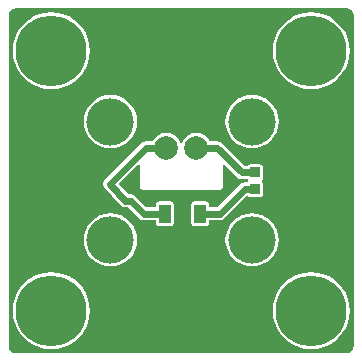
<source format=gtl>
G04 Layer_Physical_Order=1*
G04 Layer_Color=255*
%FSLAX44Y44*%
%MOMM*%
G71*
G01*
G75*
%ADD10R,0.8500X0.8500*%
%ADD11R,1.0000X1.6000*%
%ADD12C,0.6000*%
%ADD13C,2.0000*%
%ADD14C,4.0000*%
%ADD15C,6.0000*%
G36*
X292381Y295749D02*
X294400Y294400D01*
X295749Y292381D01*
X296189Y290167D01*
X296156Y290000D01*
Y10000D01*
X296189Y9833D01*
X295749Y7619D01*
X294400Y5600D01*
X292381Y4251D01*
X290167Y3811D01*
X290000Y3844D01*
X10000D01*
X9833Y3811D01*
X7619Y4251D01*
X5600Y5600D01*
X4251Y7619D01*
X3811Y9833D01*
X3844Y10000D01*
Y290000D01*
X3811Y290167D01*
X4251Y292381D01*
X5600Y294400D01*
X7619Y295749D01*
X9833Y296189D01*
X10000Y296156D01*
X290000D01*
X290167Y296189D01*
X292381Y295749D01*
D02*
G37*
%LPC*%
G36*
X90000Y122609D02*
X85589Y122174D01*
X81348Y120888D01*
X77439Y118799D01*
X74013Y115987D01*
X71201Y112561D01*
X69112Y108652D01*
X67825Y104411D01*
X67391Y100000D01*
X67825Y95589D01*
X69112Y91348D01*
X71201Y87439D01*
X74013Y84013D01*
X77439Y81201D01*
X81348Y79112D01*
X85589Y77826D01*
X90000Y77391D01*
X94411Y77826D01*
X98652Y79112D01*
X102561Y81201D01*
X105987Y84013D01*
X108799Y87439D01*
X110888Y91348D01*
X112174Y95589D01*
X112609Y100000D01*
X112174Y104411D01*
X110888Y108652D01*
X108799Y112561D01*
X105987Y115987D01*
X102561Y118799D01*
X98652Y120888D01*
X94411Y122174D01*
X90000Y122609D01*
D02*
G37*
G36*
X210000D02*
X205589Y122174D01*
X201348Y120888D01*
X197439Y118799D01*
X194013Y115987D01*
X191201Y112561D01*
X189112Y108652D01*
X187826Y104411D01*
X187391Y100000D01*
X187826Y95589D01*
X189112Y91348D01*
X191201Y87439D01*
X194013Y84013D01*
X197439Y81201D01*
X201348Y79112D01*
X205589Y77826D01*
X210000Y77391D01*
X214411Y77826D01*
X218652Y79112D01*
X222561Y81201D01*
X225987Y84013D01*
X228799Y87439D01*
X230888Y91348D01*
X232174Y95589D01*
X232609Y100000D01*
X232174Y104411D01*
X230888Y108652D01*
X228799Y112561D01*
X225987Y115987D01*
X222561Y118799D01*
X218652Y120888D01*
X214411Y122174D01*
X210000Y122609D01*
D02*
G37*
G36*
X40000Y72600D02*
X34900Y72199D01*
X29926Y71005D01*
X25200Y69047D01*
X20838Y66374D01*
X16948Y63052D01*
X13626Y59162D01*
X10953Y54800D01*
X8995Y50074D01*
X7801Y45100D01*
X7400Y40000D01*
X7801Y34900D01*
X8995Y29926D01*
X10953Y25200D01*
X13626Y20838D01*
X16948Y16948D01*
X20838Y13626D01*
X25200Y10953D01*
X29926Y8995D01*
X34900Y7801D01*
X40000Y7400D01*
X45100Y7801D01*
X50074Y8995D01*
X54800Y10953D01*
X59162Y13626D01*
X63052Y16948D01*
X66374Y20838D01*
X69047Y25200D01*
X71005Y29926D01*
X72199Y34900D01*
X72600Y40000D01*
X72199Y45100D01*
X71005Y50074D01*
X69047Y54800D01*
X66374Y59162D01*
X63052Y63052D01*
X59162Y66374D01*
X54800Y69047D01*
X50074Y71005D01*
X45100Y72199D01*
X40000Y72600D01*
D02*
G37*
G36*
X260000D02*
X254900Y72199D01*
X249926Y71005D01*
X245200Y69047D01*
X240838Y66374D01*
X236948Y63052D01*
X233626Y59162D01*
X230953Y54800D01*
X228995Y50074D01*
X227801Y45100D01*
X227400Y40000D01*
X227801Y34900D01*
X228995Y29926D01*
X230953Y25200D01*
X233626Y20838D01*
X236948Y16948D01*
X240838Y13626D01*
X245200Y10953D01*
X249926Y8995D01*
X254900Y7801D01*
X260000Y7400D01*
X265100Y7801D01*
X270074Y8995D01*
X274800Y10953D01*
X279162Y13626D01*
X283052Y16948D01*
X286374Y20838D01*
X289047Y25200D01*
X291005Y29926D01*
X292199Y34900D01*
X292600Y40000D01*
X292199Y45100D01*
X291005Y50074D01*
X289047Y54800D01*
X286374Y59162D01*
X283052Y63052D01*
X279162Y66374D01*
X274800Y69047D01*
X270074Y71005D01*
X265100Y72199D01*
X260000Y72600D01*
D02*
G37*
G36*
X90000Y222609D02*
X85589Y222174D01*
X81348Y220888D01*
X77439Y218799D01*
X74013Y215987D01*
X71201Y212561D01*
X69112Y208652D01*
X67825Y204411D01*
X67391Y200000D01*
X67825Y195589D01*
X69112Y191348D01*
X71201Y187439D01*
X74013Y184013D01*
X77439Y181201D01*
X81348Y179112D01*
X85589Y177826D01*
X90000Y177391D01*
X94411Y177826D01*
X98652Y179112D01*
X102561Y181201D01*
X105987Y184013D01*
X108799Y187439D01*
X110888Y191348D01*
X112174Y195589D01*
X112609Y200000D01*
X112174Y204411D01*
X110888Y208652D01*
X108799Y212561D01*
X105987Y215987D01*
X102561Y218799D01*
X98652Y220888D01*
X94411Y222174D01*
X90000Y222609D01*
D02*
G37*
G36*
X40000Y292600D02*
X34900Y292199D01*
X29926Y291005D01*
X25200Y289047D01*
X20838Y286374D01*
X16948Y283052D01*
X13626Y279162D01*
X10953Y274800D01*
X8995Y270074D01*
X7801Y265100D01*
X7400Y260000D01*
X7801Y254900D01*
X8995Y249926D01*
X10953Y245200D01*
X13626Y240838D01*
X16948Y236948D01*
X20838Y233626D01*
X25200Y230953D01*
X29926Y228995D01*
X34900Y227801D01*
X40000Y227400D01*
X45100Y227801D01*
X50074Y228995D01*
X54800Y230953D01*
X59162Y233626D01*
X63052Y236948D01*
X66374Y240838D01*
X69047Y245200D01*
X71005Y249926D01*
X72199Y254900D01*
X72600Y260000D01*
X72199Y265100D01*
X71005Y270074D01*
X69047Y274800D01*
X66374Y279162D01*
X63052Y283052D01*
X59162Y286374D01*
X54800Y289047D01*
X50074Y291005D01*
X45100Y292199D01*
X40000Y292600D01*
D02*
G37*
G36*
X260000D02*
X254900Y292199D01*
X249926Y291005D01*
X245200Y289047D01*
X240838Y286374D01*
X236948Y283052D01*
X233626Y279162D01*
X230953Y274800D01*
X228995Y270074D01*
X227801Y265100D01*
X227400Y260000D01*
X227801Y254900D01*
X228995Y249926D01*
X230953Y245200D01*
X233626Y240838D01*
X236948Y236948D01*
X240838Y233626D01*
X245200Y230953D01*
X249926Y228995D01*
X254900Y227801D01*
X260000Y227400D01*
X265100Y227801D01*
X270074Y228995D01*
X274800Y230953D01*
X279162Y233626D01*
X283052Y236948D01*
X286374Y240838D01*
X289047Y245200D01*
X291005Y249926D01*
X292199Y254900D01*
X292600Y260000D01*
X292199Y265100D01*
X291005Y270074D01*
X289047Y274800D01*
X286374Y279162D01*
X283052Y283052D01*
X279162Y286374D01*
X274800Y289047D01*
X270074Y291005D01*
X265100Y292199D01*
X260000Y292600D01*
D02*
G37*
G36*
X210000Y222609D02*
X205589Y222174D01*
X201348Y220888D01*
X197439Y218799D01*
X194013Y215987D01*
X191201Y212561D01*
X189112Y208652D01*
X187826Y204411D01*
X187391Y200000D01*
X187826Y195589D01*
X189112Y191348D01*
X191201Y187439D01*
X194013Y184013D01*
X197439Y181201D01*
X201348Y179112D01*
X205589Y177826D01*
X210000Y177391D01*
X214411Y177826D01*
X218652Y179112D01*
X222561Y181201D01*
X225987Y184013D01*
X228799Y187439D01*
X230888Y191348D01*
X232174Y195589D01*
X232609Y200000D01*
X232174Y204411D01*
X230888Y208652D01*
X228799Y212561D01*
X225987Y215987D01*
X222561Y218799D01*
X218652Y220888D01*
X214411Y222174D01*
X210000Y222609D01*
D02*
G37*
G36*
X162700Y190408D02*
X159437Y189978D01*
X156396Y188719D01*
X153785Y186715D01*
X151781Y184104D01*
X150652Y181377D01*
X150650Y181377D01*
X149350D01*
X149348Y181377D01*
X148219Y184104D01*
X146215Y186715D01*
X143604Y188719D01*
X140563Y189978D01*
X137300Y190408D01*
X134037Y189978D01*
X130996Y188719D01*
X128385Y186715D01*
X126381Y184104D01*
X126093Y183408D01*
X119800D01*
X117654Y182981D01*
X115835Y181765D01*
X85387Y151317D01*
X84840Y150499D01*
X84261Y149703D01*
X84234Y149593D01*
X84171Y149498D01*
X83979Y148533D01*
X83749Y147576D01*
X83766Y147464D01*
X83744Y147352D01*
X83936Y146387D01*
X84089Y145415D01*
X84149Y145318D01*
X84171Y145206D01*
X84718Y144388D01*
X85231Y143548D01*
X98479Y129196D01*
X98572Y129129D01*
X98635Y129035D01*
X99453Y128488D01*
X100249Y127909D01*
X100359Y127882D01*
X100454Y127819D01*
X101419Y127627D01*
X102376Y127397D01*
X102488Y127415D01*
X102600Y127392D01*
X104677D01*
X114035Y118035D01*
X115854Y116819D01*
X118000Y116392D01*
X128451D01*
Y114000D01*
X128645Y113025D01*
X129198Y112198D01*
X130025Y111645D01*
X131000Y111451D01*
X141000D01*
X141975Y111645D01*
X142802Y112198D01*
X143355Y113025D01*
X143549Y114000D01*
Y130000D01*
X143355Y130975D01*
X142802Y131802D01*
X141975Y132355D01*
X141000Y132549D01*
X131000D01*
X130025Y132355D01*
X129198Y131802D01*
X128645Y130975D01*
X128451Y130000D01*
Y127608D01*
X120323D01*
X110965Y136965D01*
X109146Y138181D01*
X107000Y138608D01*
X105055D01*
X97127Y147197D01*
X113681Y163750D01*
X114951Y163224D01*
Y145000D01*
X115145Y144025D01*
X115698Y143198D01*
X116525Y142645D01*
X117500Y142451D01*
X182500D01*
X183475Y142645D01*
X184302Y143198D01*
X184855Y144025D01*
X185049Y145000D01*
Y163224D01*
X186319Y163750D01*
X197035Y153035D01*
X198854Y151819D01*
X201000Y151392D01*
X206250D01*
X206548Y150948D01*
X206749Y150813D01*
X206828Y149527D01*
X205919Y148608D01*
X203600D01*
X201454Y148181D01*
X199635Y146965D01*
X180277Y127608D01*
X173549D01*
Y130000D01*
X173355Y130975D01*
X172802Y131802D01*
X171975Y132355D01*
X171000Y132549D01*
X161000D01*
X160025Y132355D01*
X159198Y131802D01*
X158645Y130975D01*
X158451Y130000D01*
Y114000D01*
X158645Y113025D01*
X159198Y112198D01*
X160025Y111645D01*
X161000Y111451D01*
X171000D01*
X171975Y111645D01*
X172802Y112198D01*
X173355Y113025D01*
X173549Y114000D01*
Y116392D01*
X182600D01*
X184746Y116819D01*
X186565Y118035D01*
X205204Y136673D01*
X206548Y136948D01*
X207375Y136395D01*
X208350Y136201D01*
X216850D01*
X217825Y136395D01*
X218652Y136948D01*
X219205Y137775D01*
X219399Y138750D01*
Y147250D01*
X219205Y148225D01*
X218652Y149052D01*
X218294Y149292D01*
Y150708D01*
X218652Y150948D01*
X219205Y151775D01*
X219399Y152750D01*
Y161250D01*
X219205Y162225D01*
X218652Y163052D01*
X217825Y163605D01*
X216850Y163799D01*
X208350D01*
X207375Y163605D01*
X206548Y163052D01*
X206250Y162608D01*
X203323D01*
X184165Y181765D01*
X182346Y182981D01*
X180200Y183408D01*
X173907D01*
X173619Y184104D01*
X171615Y186715D01*
X169004Y188719D01*
X165963Y189978D01*
X162700Y190408D01*
D02*
G37*
%LPD*%
D10*
X212600Y157000D02*
D03*
Y143000D02*
D03*
D11*
X166000Y122000D02*
D03*
X136000D02*
D03*
D12*
X166000D02*
X182600D01*
X203600Y143000D01*
X118000Y122000D02*
X136000D01*
X107000Y133000D02*
X118000Y122000D01*
X102600Y133000D02*
X107000D01*
X119800Y177800D02*
X137300D01*
X89352Y147352D02*
X119800Y177800D01*
X89352Y147352D02*
X102600Y133000D01*
X201000Y157000D02*
X212600D01*
X180200Y177800D02*
X201000Y157000D01*
X162700Y177800D02*
X180200D01*
X203600Y143000D02*
X212600D01*
D13*
X137300Y177800D02*
D03*
X162700D02*
D03*
D14*
X210000Y200000D02*
D03*
X90000D02*
D03*
Y100000D02*
D03*
X210000D02*
D03*
D15*
X40000Y260000D02*
D03*
X260000D02*
D03*
Y40000D02*
D03*
X40000D02*
D03*
M02*

</source>
